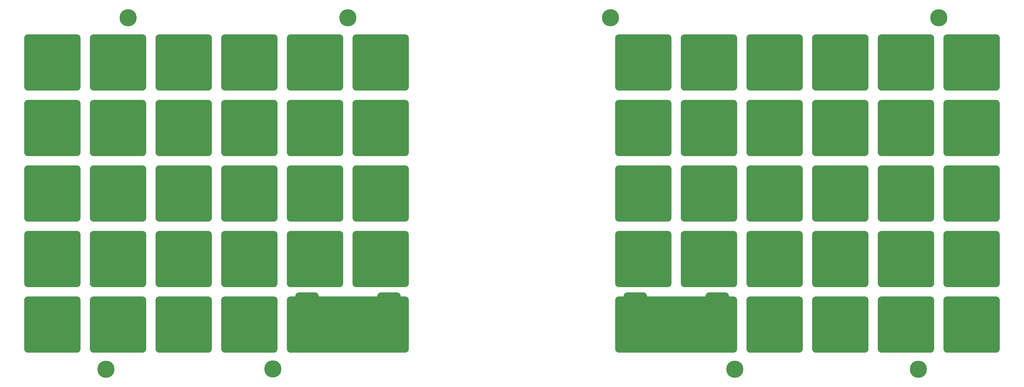
<source format=gts>
G04 #@! TF.GenerationSoftware,KiCad,Pcbnew,(6.0.7-1)-1*
G04 #@! TF.CreationDate,2022-11-07T11:39:14+01:00*
G04 #@! TF.ProjectId,frog-mini,66726f67-2d6d-4696-9e69-2e6b69636164,rev?*
G04 #@! TF.SameCoordinates,Original*
G04 #@! TF.FileFunction,Soldermask,Top*
G04 #@! TF.FilePolarity,Negative*
%FSLAX46Y46*%
G04 Gerber Fmt 4.6, Leading zero omitted, Abs format (unit mm)*
G04 Created by KiCad (PCBNEW (6.0.7-1)-1) date 2022-11-07 11:39:14*
%MOMM*%
%LPD*%
G01*
G04 APERTURE LIST*
%ADD10C,2.000000*%
%ADD11C,5.000000*%
%ADD12C,3.400000*%
G04 APERTURE END LIST*
D10*
X223242375Y-107751653D02*
X237529887Y-107751653D01*
X237529887Y-107751653D02*
X237529887Y-122039165D01*
X237529887Y-122039165D02*
X223242375Y-122039165D01*
X223242375Y-122039165D02*
X223242375Y-107751653D01*
G36*
X223242375Y-107751653D02*
G01*
X237529887Y-107751653D01*
X237529887Y-122039165D01*
X223242375Y-122039165D01*
X223242375Y-107751653D01*
G37*
X70842247Y-88701637D02*
X85129759Y-88701637D01*
X85129759Y-88701637D02*
X85129759Y-102989149D01*
X85129759Y-102989149D02*
X70842247Y-102989149D01*
X70842247Y-102989149D02*
X70842247Y-88701637D01*
G36*
X70842247Y-88701637D02*
G01*
X85129759Y-88701637D01*
X85129759Y-102989149D01*
X70842247Y-102989149D01*
X70842247Y-88701637D01*
G37*
X185142343Y-50601605D02*
X199429855Y-50601605D01*
X199429855Y-50601605D02*
X199429855Y-64889117D01*
X199429855Y-64889117D02*
X185142343Y-64889117D01*
X185142343Y-64889117D02*
X185142343Y-50601605D01*
G36*
X185142343Y-50601605D02*
G01*
X199429855Y-50601605D01*
X199429855Y-64889117D01*
X185142343Y-64889117D01*
X185142343Y-50601605D01*
G37*
X242292391Y-69651621D02*
X256579903Y-69651621D01*
X256579903Y-69651621D02*
X256579903Y-83939133D01*
X256579903Y-83939133D02*
X242292391Y-83939133D01*
X242292391Y-83939133D02*
X242292391Y-69651621D01*
G36*
X242292391Y-69651621D02*
G01*
X256579903Y-69651621D01*
X256579903Y-83939133D01*
X242292391Y-83939133D01*
X242292391Y-69651621D01*
G37*
X51792231Y-126801669D02*
X66079743Y-126801669D01*
X66079743Y-126801669D02*
X66079743Y-141089181D01*
X66079743Y-141089181D02*
X51792231Y-141089181D01*
X51792231Y-141089181D02*
X51792231Y-126801669D01*
G36*
X51792231Y-126801669D02*
G01*
X66079743Y-126801669D01*
X66079743Y-141089181D01*
X51792231Y-141089181D01*
X51792231Y-126801669D01*
G37*
X-5357817Y-126801669D02*
X8929695Y-126801669D01*
X8929695Y-126801669D02*
X8929695Y-141089181D01*
X8929695Y-141089181D02*
X-5357817Y-141089181D01*
X-5357817Y-141089181D02*
X-5357817Y-126801669D01*
G36*
X-5357817Y-126801669D02*
G01*
X8929695Y-126801669D01*
X8929695Y-141089181D01*
X-5357817Y-141089181D01*
X-5357817Y-126801669D01*
G37*
X261342407Y-126801669D02*
X275629919Y-126801669D01*
X275629919Y-126801669D02*
X275629919Y-141089181D01*
X275629919Y-141089181D02*
X261342407Y-141089181D01*
X261342407Y-141089181D02*
X261342407Y-126801669D01*
G36*
X261342407Y-126801669D02*
G01*
X275629919Y-126801669D01*
X275629919Y-141089181D01*
X261342407Y-141089181D01*
X261342407Y-126801669D01*
G37*
X166092327Y-126801669D02*
X199429855Y-126801669D01*
X199429855Y-126801669D02*
X199429855Y-141089181D01*
X199429855Y-141089181D02*
X166092327Y-141089181D01*
X166092327Y-141089181D02*
X166092327Y-126801669D01*
G36*
X166092327Y-126801669D02*
G01*
X199429855Y-126801669D01*
X199429855Y-141089181D01*
X166092327Y-141089181D01*
X166092327Y-126801669D01*
G37*
X70842247Y-126801669D02*
X104179775Y-126801669D01*
X104179775Y-126801669D02*
X104179775Y-141089181D01*
X104179775Y-141089181D02*
X70842247Y-141089181D01*
X70842247Y-141089181D02*
X70842247Y-126801669D01*
G36*
X70842247Y-126801669D02*
G01*
X104179775Y-126801669D01*
X104179775Y-141089181D01*
X70842247Y-141089181D01*
X70842247Y-126801669D01*
G37*
X97036019Y-125611043D02*
X101798523Y-125611043D01*
X101798523Y-125611043D02*
X101798523Y-126801669D01*
X101798523Y-126801669D02*
X97036019Y-126801669D01*
X97036019Y-126801669D02*
X97036019Y-125611043D01*
G36*
X97036019Y-125611043D02*
G01*
X101798523Y-125611043D01*
X101798523Y-126801669D01*
X97036019Y-126801669D01*
X97036019Y-125611043D01*
G37*
X185142343Y-88701637D02*
X199429855Y-88701637D01*
X199429855Y-88701637D02*
X199429855Y-102989149D01*
X199429855Y-102989149D02*
X185142343Y-102989149D01*
X185142343Y-102989149D02*
X185142343Y-88701637D01*
G36*
X185142343Y-88701637D02*
G01*
X199429855Y-88701637D01*
X199429855Y-102989149D01*
X185142343Y-102989149D01*
X185142343Y-88701637D01*
G37*
X242292391Y-88701637D02*
X256579903Y-88701637D01*
X256579903Y-88701637D02*
X256579903Y-102989149D01*
X256579903Y-102989149D02*
X242292391Y-102989149D01*
X242292391Y-102989149D02*
X242292391Y-88701637D01*
G36*
X242292391Y-88701637D02*
G01*
X256579903Y-88701637D01*
X256579903Y-102989149D01*
X242292391Y-102989149D01*
X242292391Y-88701637D01*
G37*
X242292391Y-50601605D02*
X256579903Y-50601605D01*
X256579903Y-50601605D02*
X256579903Y-64889117D01*
X256579903Y-64889117D02*
X242292391Y-64889117D01*
X242292391Y-64889117D02*
X242292391Y-50601605D01*
G36*
X242292391Y-50601605D02*
G01*
X256579903Y-50601605D01*
X256579903Y-64889117D01*
X242292391Y-64889117D01*
X242292391Y-50601605D01*
G37*
X261342407Y-69651621D02*
X275629919Y-69651621D01*
X275629919Y-69651621D02*
X275629919Y-83939133D01*
X275629919Y-83939133D02*
X261342407Y-83939133D01*
X261342407Y-83939133D02*
X261342407Y-69651621D01*
G36*
X261342407Y-69651621D02*
G01*
X275629919Y-69651621D01*
X275629919Y-83939133D01*
X261342407Y-83939133D01*
X261342407Y-69651621D01*
G37*
X261342407Y-50601605D02*
X275629919Y-50601605D01*
X275629919Y-50601605D02*
X275629919Y-64889117D01*
X275629919Y-64889117D02*
X261342407Y-64889117D01*
X261342407Y-64889117D02*
X261342407Y-50601605D01*
G36*
X261342407Y-50601605D02*
G01*
X275629919Y-50601605D01*
X275629919Y-64889117D01*
X261342407Y-64889117D01*
X261342407Y-50601605D01*
G37*
X32742215Y-50601605D02*
X47029727Y-50601605D01*
X47029727Y-50601605D02*
X47029727Y-64889117D01*
X47029727Y-64889117D02*
X32742215Y-64889117D01*
X32742215Y-64889117D02*
X32742215Y-50601605D01*
G36*
X32742215Y-50601605D02*
G01*
X47029727Y-50601605D01*
X47029727Y-64889117D01*
X32742215Y-64889117D01*
X32742215Y-50601605D01*
G37*
X261342407Y-88701637D02*
X275629919Y-88701637D01*
X275629919Y-88701637D02*
X275629919Y-102989149D01*
X275629919Y-102989149D02*
X261342407Y-102989149D01*
X261342407Y-102989149D02*
X261342407Y-88701637D01*
G36*
X261342407Y-88701637D02*
G01*
X275629919Y-88701637D01*
X275629919Y-102989149D01*
X261342407Y-102989149D01*
X261342407Y-88701637D01*
G37*
X32742215Y-69651621D02*
X47029727Y-69651621D01*
X47029727Y-69651621D02*
X47029727Y-83939133D01*
X47029727Y-83939133D02*
X32742215Y-83939133D01*
X32742215Y-83939133D02*
X32742215Y-69651621D01*
G36*
X32742215Y-69651621D02*
G01*
X47029727Y-69651621D01*
X47029727Y-83939133D01*
X32742215Y-83939133D01*
X32742215Y-69651621D01*
G37*
X89892263Y-69651621D02*
X104179775Y-69651621D01*
X104179775Y-69651621D02*
X104179775Y-83939133D01*
X104179775Y-83939133D02*
X89892263Y-83939133D01*
X89892263Y-83939133D02*
X89892263Y-69651621D01*
G36*
X89892263Y-69651621D02*
G01*
X104179775Y-69651621D01*
X104179775Y-83939133D01*
X89892263Y-83939133D01*
X89892263Y-69651621D01*
G37*
X-5357817Y-107751653D02*
X8929695Y-107751653D01*
X8929695Y-107751653D02*
X8929695Y-122039165D01*
X8929695Y-122039165D02*
X-5357817Y-122039165D01*
X-5357817Y-122039165D02*
X-5357817Y-107751653D01*
G36*
X-5357817Y-107751653D02*
G01*
X8929695Y-107751653D01*
X8929695Y-122039165D01*
X-5357817Y-122039165D01*
X-5357817Y-107751653D01*
G37*
X242292391Y-107751653D02*
X256579903Y-107751653D01*
X256579903Y-107751653D02*
X256579903Y-122039165D01*
X256579903Y-122039165D02*
X242292391Y-122039165D01*
X242292391Y-122039165D02*
X242292391Y-107751653D01*
G36*
X242292391Y-107751653D02*
G01*
X256579903Y-107751653D01*
X256579903Y-122039165D01*
X242292391Y-122039165D01*
X242292391Y-107751653D01*
G37*
X185142343Y-69651621D02*
X199429855Y-69651621D01*
X199429855Y-69651621D02*
X199429855Y-83939133D01*
X199429855Y-83939133D02*
X185142343Y-83939133D01*
X185142343Y-83939133D02*
X185142343Y-69651621D01*
G36*
X185142343Y-69651621D02*
G01*
X199429855Y-69651621D01*
X199429855Y-83939133D01*
X185142343Y-83939133D01*
X185142343Y-69651621D01*
G37*
X-5357817Y-69651621D02*
X8929695Y-69651621D01*
X8929695Y-69651621D02*
X8929695Y-83939133D01*
X8929695Y-83939133D02*
X-5357817Y-83939133D01*
X-5357817Y-83939133D02*
X-5357817Y-69651621D01*
G36*
X-5357817Y-69651621D02*
G01*
X8929695Y-69651621D01*
X8929695Y-83939133D01*
X-5357817Y-83939133D01*
X-5357817Y-69651621D01*
G37*
X204192359Y-50601605D02*
X218479871Y-50601605D01*
X218479871Y-50601605D02*
X218479871Y-64889117D01*
X218479871Y-64889117D02*
X204192359Y-64889117D01*
X204192359Y-64889117D02*
X204192359Y-50601605D01*
G36*
X204192359Y-50601605D02*
G01*
X218479871Y-50601605D01*
X218479871Y-64889117D01*
X204192359Y-64889117D01*
X204192359Y-50601605D01*
G37*
X13692199Y-126801669D02*
X27979711Y-126801669D01*
X27979711Y-126801669D02*
X27979711Y-141089181D01*
X27979711Y-141089181D02*
X13692199Y-141089181D01*
X13692199Y-141089181D02*
X13692199Y-126801669D01*
G36*
X13692199Y-126801669D02*
G01*
X27979711Y-126801669D01*
X27979711Y-141089181D01*
X13692199Y-141089181D01*
X13692199Y-126801669D01*
G37*
X13692199Y-88701637D02*
X27979711Y-88701637D01*
X27979711Y-88701637D02*
X27979711Y-102989149D01*
X27979711Y-102989149D02*
X13692199Y-102989149D01*
X13692199Y-102989149D02*
X13692199Y-88701637D01*
G36*
X13692199Y-88701637D02*
G01*
X27979711Y-88701637D01*
X27979711Y-102989149D01*
X13692199Y-102989149D01*
X13692199Y-88701637D01*
G37*
X51792231Y-69651621D02*
X66079743Y-69651621D01*
X66079743Y-69651621D02*
X66079743Y-83939133D01*
X66079743Y-83939133D02*
X51792231Y-83939133D01*
X51792231Y-83939133D02*
X51792231Y-69651621D01*
G36*
X51792231Y-69651621D02*
G01*
X66079743Y-69651621D01*
X66079743Y-83939133D01*
X51792231Y-83939133D01*
X51792231Y-69651621D01*
G37*
X51792231Y-50601605D02*
X66079743Y-50601605D01*
X66079743Y-50601605D02*
X66079743Y-64889117D01*
X66079743Y-64889117D02*
X51792231Y-64889117D01*
X51792231Y-64889117D02*
X51792231Y-50601605D01*
G36*
X51792231Y-50601605D02*
G01*
X66079743Y-50601605D01*
X66079743Y-64889117D01*
X51792231Y-64889117D01*
X51792231Y-50601605D01*
G37*
X51792231Y-107751653D02*
X66079743Y-107751653D01*
X66079743Y-107751653D02*
X66079743Y-122039165D01*
X66079743Y-122039165D02*
X51792231Y-122039165D01*
X51792231Y-122039165D02*
X51792231Y-107751653D01*
G36*
X51792231Y-107751653D02*
G01*
X66079743Y-107751653D01*
X66079743Y-122039165D01*
X51792231Y-122039165D01*
X51792231Y-107751653D01*
G37*
X73223499Y-125611043D02*
X77986003Y-125611043D01*
X77986003Y-125611043D02*
X77986003Y-126801669D01*
X77986003Y-126801669D02*
X73223499Y-126801669D01*
X73223499Y-126801669D02*
X73223499Y-125611043D01*
G36*
X73223499Y-125611043D02*
G01*
X77986003Y-125611043D01*
X77986003Y-126801669D01*
X73223499Y-126801669D01*
X73223499Y-125611043D01*
G37*
X-5357817Y-50601605D02*
X8929695Y-50601605D01*
X8929695Y-50601605D02*
X8929695Y-64889117D01*
X8929695Y-64889117D02*
X-5357817Y-64889117D01*
X-5357817Y-64889117D02*
X-5357817Y-50601605D01*
G36*
X-5357817Y-50601605D02*
G01*
X8929695Y-50601605D01*
X8929695Y-64889117D01*
X-5357817Y-64889117D01*
X-5357817Y-50601605D01*
G37*
X13692199Y-69651621D02*
X27979711Y-69651621D01*
X27979711Y-69651621D02*
X27979711Y-83939133D01*
X27979711Y-83939133D02*
X13692199Y-83939133D01*
X13692199Y-83939133D02*
X13692199Y-69651621D01*
G36*
X13692199Y-69651621D02*
G01*
X27979711Y-69651621D01*
X27979711Y-83939133D01*
X13692199Y-83939133D01*
X13692199Y-69651621D01*
G37*
X204192359Y-69651621D02*
X218479871Y-69651621D01*
X218479871Y-69651621D02*
X218479871Y-83939133D01*
X218479871Y-83939133D02*
X204192359Y-83939133D01*
X204192359Y-83939133D02*
X204192359Y-69651621D01*
G36*
X204192359Y-69651621D02*
G01*
X218479871Y-69651621D01*
X218479871Y-83939133D01*
X204192359Y-83939133D01*
X204192359Y-69651621D01*
G37*
X89892263Y-50601605D02*
X104179775Y-50601605D01*
X104179775Y-50601605D02*
X104179775Y-64889117D01*
X104179775Y-64889117D02*
X89892263Y-64889117D01*
X89892263Y-64889117D02*
X89892263Y-50601605D01*
G36*
X89892263Y-50601605D02*
G01*
X104179775Y-50601605D01*
X104179775Y-64889117D01*
X89892263Y-64889117D01*
X89892263Y-50601605D01*
G37*
X13692199Y-107751653D02*
X27979711Y-107751653D01*
X27979711Y-107751653D02*
X27979711Y-122039165D01*
X27979711Y-122039165D02*
X13692199Y-122039165D01*
X13692199Y-122039165D02*
X13692199Y-107751653D01*
G36*
X13692199Y-107751653D02*
G01*
X27979711Y-107751653D01*
X27979711Y-122039165D01*
X13692199Y-122039165D01*
X13692199Y-107751653D01*
G37*
X32742215Y-88701637D02*
X47029727Y-88701637D01*
X47029727Y-88701637D02*
X47029727Y-102989149D01*
X47029727Y-102989149D02*
X32742215Y-102989149D01*
X32742215Y-102989149D02*
X32742215Y-88701637D01*
G36*
X32742215Y-88701637D02*
G01*
X47029727Y-88701637D01*
X47029727Y-102989149D01*
X32742215Y-102989149D01*
X32742215Y-88701637D01*
G37*
X223242375Y-88701637D02*
X237529887Y-88701637D01*
X237529887Y-88701637D02*
X237529887Y-102989149D01*
X237529887Y-102989149D02*
X223242375Y-102989149D01*
X223242375Y-102989149D02*
X223242375Y-88701637D01*
G36*
X223242375Y-88701637D02*
G01*
X237529887Y-88701637D01*
X237529887Y-102989149D01*
X223242375Y-102989149D01*
X223242375Y-88701637D01*
G37*
X51792231Y-88701637D02*
X66079743Y-88701637D01*
X66079743Y-88701637D02*
X66079743Y-102989149D01*
X66079743Y-102989149D02*
X51792231Y-102989149D01*
X51792231Y-102989149D02*
X51792231Y-88701637D01*
G36*
X51792231Y-88701637D02*
G01*
X66079743Y-88701637D01*
X66079743Y-102989149D01*
X51792231Y-102989149D01*
X51792231Y-88701637D01*
G37*
X166092327Y-50601605D02*
X180379839Y-50601605D01*
X180379839Y-50601605D02*
X180379839Y-64889117D01*
X180379839Y-64889117D02*
X166092327Y-64889117D01*
X166092327Y-64889117D02*
X166092327Y-50601605D01*
G36*
X166092327Y-50601605D02*
G01*
X180379839Y-50601605D01*
X180379839Y-64889117D01*
X166092327Y-64889117D01*
X166092327Y-50601605D01*
G37*
X70842247Y-69651621D02*
X85129759Y-69651621D01*
X85129759Y-69651621D02*
X85129759Y-83939133D01*
X85129759Y-83939133D02*
X70842247Y-83939133D01*
X70842247Y-83939133D02*
X70842247Y-69651621D01*
G36*
X70842247Y-69651621D02*
G01*
X85129759Y-69651621D01*
X85129759Y-83939133D01*
X70842247Y-83939133D01*
X70842247Y-69651621D01*
G37*
X89892263Y-107751653D02*
X104179775Y-107751653D01*
X104179775Y-107751653D02*
X104179775Y-122039165D01*
X104179775Y-122039165D02*
X89892263Y-122039165D01*
X89892263Y-122039165D02*
X89892263Y-107751653D01*
G36*
X89892263Y-107751653D02*
G01*
X104179775Y-107751653D01*
X104179775Y-122039165D01*
X89892263Y-122039165D01*
X89892263Y-107751653D01*
G37*
X168473579Y-125611043D02*
X173236083Y-125611043D01*
X173236083Y-125611043D02*
X173236083Y-126801669D01*
X173236083Y-126801669D02*
X168473579Y-126801669D01*
X168473579Y-126801669D02*
X168473579Y-125611043D01*
G36*
X168473579Y-125611043D02*
G01*
X173236083Y-125611043D01*
X173236083Y-126801669D01*
X168473579Y-126801669D01*
X168473579Y-125611043D01*
G37*
X32742215Y-107751653D02*
X47029727Y-107751653D01*
X47029727Y-107751653D02*
X47029727Y-122039165D01*
X47029727Y-122039165D02*
X32742215Y-122039165D01*
X32742215Y-122039165D02*
X32742215Y-107751653D01*
G36*
X32742215Y-107751653D02*
G01*
X47029727Y-107751653D01*
X47029727Y-122039165D01*
X32742215Y-122039165D01*
X32742215Y-107751653D01*
G37*
X89892263Y-88701637D02*
X104179775Y-88701637D01*
X104179775Y-88701637D02*
X104179775Y-102989149D01*
X104179775Y-102989149D02*
X89892263Y-102989149D01*
X89892263Y-102989149D02*
X89892263Y-88701637D01*
G36*
X89892263Y-88701637D02*
G01*
X104179775Y-88701637D01*
X104179775Y-102989149D01*
X89892263Y-102989149D01*
X89892263Y-88701637D01*
G37*
X204192359Y-107751653D02*
X218479871Y-107751653D01*
X218479871Y-107751653D02*
X218479871Y-122039165D01*
X218479871Y-122039165D02*
X204192359Y-122039165D01*
X204192359Y-122039165D02*
X204192359Y-107751653D01*
G36*
X204192359Y-107751653D02*
G01*
X218479871Y-107751653D01*
X218479871Y-122039165D01*
X204192359Y-122039165D01*
X204192359Y-107751653D01*
G37*
X13692199Y-50601605D02*
X27979711Y-50601605D01*
X27979711Y-50601605D02*
X27979711Y-64889117D01*
X27979711Y-64889117D02*
X13692199Y-64889117D01*
X13692199Y-64889117D02*
X13692199Y-50601605D01*
G36*
X13692199Y-50601605D02*
G01*
X27979711Y-50601605D01*
X27979711Y-64889117D01*
X13692199Y-64889117D01*
X13692199Y-50601605D01*
G37*
X70842247Y-107751653D02*
X85129759Y-107751653D01*
X85129759Y-107751653D02*
X85129759Y-122039165D01*
X85129759Y-122039165D02*
X70842247Y-122039165D01*
X70842247Y-122039165D02*
X70842247Y-107751653D01*
G36*
X70842247Y-107751653D02*
G01*
X85129759Y-107751653D01*
X85129759Y-122039165D01*
X70842247Y-122039165D01*
X70842247Y-107751653D01*
G37*
X-5357817Y-88701637D02*
X8929695Y-88701637D01*
X8929695Y-88701637D02*
X8929695Y-102989149D01*
X8929695Y-102989149D02*
X-5357817Y-102989149D01*
X-5357817Y-102989149D02*
X-5357817Y-88701637D01*
G36*
X-5357817Y-88701637D02*
G01*
X8929695Y-88701637D01*
X8929695Y-102989149D01*
X-5357817Y-102989149D01*
X-5357817Y-88701637D01*
G37*
X70842247Y-50601605D02*
X85129759Y-50601605D01*
X85129759Y-50601605D02*
X85129759Y-64889117D01*
X85129759Y-64889117D02*
X70842247Y-64889117D01*
X70842247Y-64889117D02*
X70842247Y-50601605D01*
G36*
X70842247Y-50601605D02*
G01*
X85129759Y-50601605D01*
X85129759Y-64889117D01*
X70842247Y-64889117D01*
X70842247Y-50601605D01*
G37*
X166092327Y-88701637D02*
X180379839Y-88701637D01*
X180379839Y-88701637D02*
X180379839Y-102989149D01*
X180379839Y-102989149D02*
X166092327Y-102989149D01*
X166092327Y-102989149D02*
X166092327Y-88701637D01*
G36*
X166092327Y-88701637D02*
G01*
X180379839Y-88701637D01*
X180379839Y-102989149D01*
X166092327Y-102989149D01*
X166092327Y-88701637D01*
G37*
X261342407Y-107751653D02*
X275629919Y-107751653D01*
X275629919Y-107751653D02*
X275629919Y-122039165D01*
X275629919Y-122039165D02*
X261342407Y-122039165D01*
X261342407Y-122039165D02*
X261342407Y-107751653D01*
G36*
X261342407Y-107751653D02*
G01*
X275629919Y-107751653D01*
X275629919Y-122039165D01*
X261342407Y-122039165D01*
X261342407Y-107751653D01*
G37*
X166092327Y-69651621D02*
X180379839Y-69651621D01*
X180379839Y-69651621D02*
X180379839Y-83939133D01*
X180379839Y-83939133D02*
X166092327Y-83939133D01*
X166092327Y-83939133D02*
X166092327Y-69651621D01*
G36*
X166092327Y-69651621D02*
G01*
X180379839Y-69651621D01*
X180379839Y-83939133D01*
X166092327Y-83939133D01*
X166092327Y-69651621D01*
G37*
X204192359Y-88701637D02*
X218479871Y-88701637D01*
X218479871Y-88701637D02*
X218479871Y-102989149D01*
X218479871Y-102989149D02*
X204192359Y-102989149D01*
X204192359Y-102989149D02*
X204192359Y-88701637D01*
G36*
X204192359Y-88701637D02*
G01*
X218479871Y-88701637D01*
X218479871Y-102989149D01*
X204192359Y-102989149D01*
X204192359Y-88701637D01*
G37*
X223242375Y-126801669D02*
X237529887Y-126801669D01*
X237529887Y-126801669D02*
X237529887Y-141089181D01*
X237529887Y-141089181D02*
X223242375Y-141089181D01*
X223242375Y-141089181D02*
X223242375Y-126801669D01*
G36*
X223242375Y-126801669D02*
G01*
X237529887Y-126801669D01*
X237529887Y-141089181D01*
X223242375Y-141089181D01*
X223242375Y-126801669D01*
G37*
X185142343Y-107751653D02*
X199429855Y-107751653D01*
X199429855Y-107751653D02*
X199429855Y-122039165D01*
X199429855Y-122039165D02*
X185142343Y-122039165D01*
X185142343Y-122039165D02*
X185142343Y-107751653D01*
G36*
X185142343Y-107751653D02*
G01*
X199429855Y-107751653D01*
X199429855Y-122039165D01*
X185142343Y-122039165D01*
X185142343Y-107751653D01*
G37*
X223242375Y-50601605D02*
X237529887Y-50601605D01*
X237529887Y-50601605D02*
X237529887Y-64889117D01*
X237529887Y-64889117D02*
X223242375Y-64889117D01*
X223242375Y-64889117D02*
X223242375Y-50601605D01*
G36*
X223242375Y-50601605D02*
G01*
X237529887Y-50601605D01*
X237529887Y-64889117D01*
X223242375Y-64889117D01*
X223242375Y-50601605D01*
G37*
X192286099Y-125611043D02*
X197048603Y-125611043D01*
X197048603Y-125611043D02*
X197048603Y-126801669D01*
X197048603Y-126801669D02*
X192286099Y-126801669D01*
X192286099Y-126801669D02*
X192286099Y-125611043D01*
G36*
X192286099Y-125611043D02*
G01*
X197048603Y-125611043D01*
X197048603Y-126801669D01*
X192286099Y-126801669D01*
X192286099Y-125611043D01*
G37*
X204192359Y-126801669D02*
X218479871Y-126801669D01*
X218479871Y-126801669D02*
X218479871Y-141089181D01*
X218479871Y-141089181D02*
X204192359Y-141089181D01*
X204192359Y-141089181D02*
X204192359Y-126801669D01*
G36*
X204192359Y-126801669D02*
G01*
X218479871Y-126801669D01*
X218479871Y-141089181D01*
X204192359Y-141089181D01*
X204192359Y-126801669D01*
G37*
X223242375Y-69651621D02*
X237529887Y-69651621D01*
X237529887Y-69651621D02*
X237529887Y-83939133D01*
X237529887Y-83939133D02*
X223242375Y-83939133D01*
X223242375Y-83939133D02*
X223242375Y-69651621D01*
G36*
X223242375Y-69651621D02*
G01*
X237529887Y-69651621D01*
X237529887Y-83939133D01*
X223242375Y-83939133D01*
X223242375Y-69651621D01*
G37*
X166092327Y-107751653D02*
X180379839Y-107751653D01*
X180379839Y-107751653D02*
X180379839Y-122039165D01*
X180379839Y-122039165D02*
X166092327Y-122039165D01*
X166092327Y-122039165D02*
X166092327Y-107751653D01*
G36*
X166092327Y-107751653D02*
G01*
X180379839Y-107751653D01*
X180379839Y-122039165D01*
X166092327Y-122039165D01*
X166092327Y-107751653D01*
G37*
X32742215Y-126801669D02*
X47029727Y-126801669D01*
X47029727Y-126801669D02*
X47029727Y-141089181D01*
X47029727Y-141089181D02*
X32742215Y-141089181D01*
X32742215Y-141089181D02*
X32742215Y-126801669D01*
G36*
X32742215Y-126801669D02*
G01*
X47029727Y-126801669D01*
X47029727Y-141089181D01*
X32742215Y-141089181D01*
X32742215Y-126801669D01*
G37*
X242292391Y-126801669D02*
X256579903Y-126801669D01*
X256579903Y-126801669D02*
X256579903Y-141089181D01*
X256579903Y-141089181D02*
X242292391Y-141089181D01*
X242292391Y-141089181D02*
X242292391Y-126801669D01*
G36*
X242292391Y-126801669D02*
G01*
X256579903Y-126801669D01*
X256579903Y-141089181D01*
X242292391Y-141089181D01*
X242292391Y-126801669D01*
G37*
D11*
G04 #@! TO.C,REF\u002A\u002A*
X17272000Y-146939000D03*
D12*
X17272000Y-146939000D03*
G04 #@! TD*
D11*
G04 #@! TO.C,REF\u002A\u002A*
X253009400Y-146913600D03*
D12*
X253009400Y-146913600D03*
G04 #@! TD*
D11*
G04 #@! TO.C,REF\u002A\u002A*
X199771000Y-146913600D03*
D12*
X199771000Y-146913600D03*
G04 #@! TD*
D11*
G04 #@! TO.C,REF\u002A\u002A*
X23774400Y-44729400D03*
D12*
X23774400Y-44729400D03*
G04 #@! TD*
D11*
G04 #@! TO.C,REF\u002A\u002A*
X87503000Y-44754800D03*
D12*
X87503000Y-44754800D03*
G04 #@! TD*
D11*
G04 #@! TO.C,REF\u002A\u002A*
X163728400Y-44754800D03*
D12*
X163728400Y-44754800D03*
G04 #@! TD*
D11*
G04 #@! TO.C,REF\u002A\u002A*
X258953000Y-44754800D03*
D12*
X258953000Y-44754800D03*
G04 #@! TD*
D11*
G04 #@! TO.C,REF\u002A\u002A*
X65709800Y-146888200D03*
D12*
X65709800Y-146888200D03*
G04 #@! TD*
M02*

</source>
